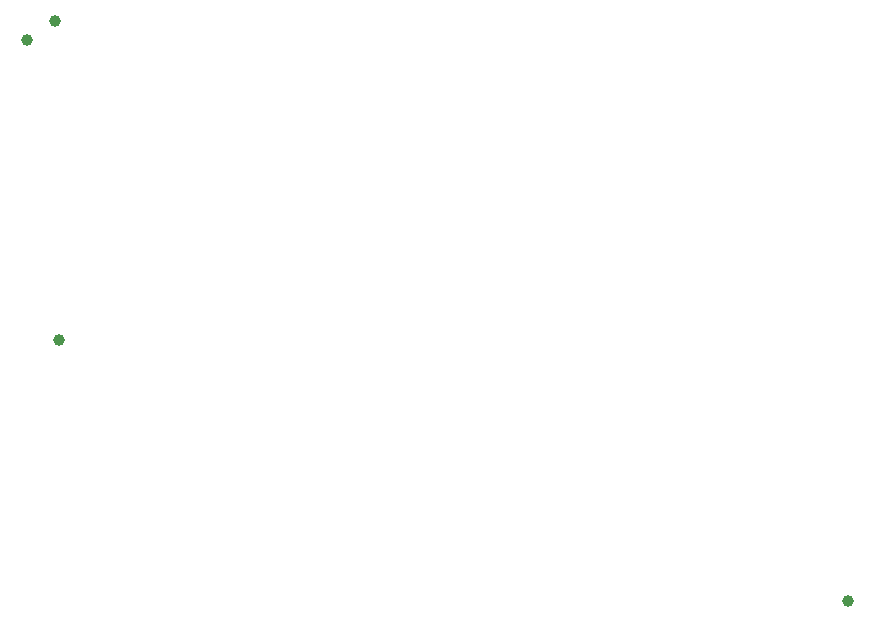
<source format=gbp>
G04*
G04 #@! TF.GenerationSoftware,Altium Limited,Altium Designer,24.5.2 (23)*
G04*
G04 Layer_Color=128*
%FSLAX44Y44*%
%MOMM*%
G71*
G04*
G04 #@! TF.SameCoordinates,4DB407A0-4691-4D8C-B920-06E893975E0B*
G04*
G04*
G04 #@! TF.FilePolarity,Positive*
G04*
G01*
G75*
%ADD30C,1.0000*%
D30*
X465000Y820500D02*
D03*
X1160000Y345000D02*
D03*
X488665Y836390D02*
D03*
X492500Y566500D02*
D03*
M02*

</source>
